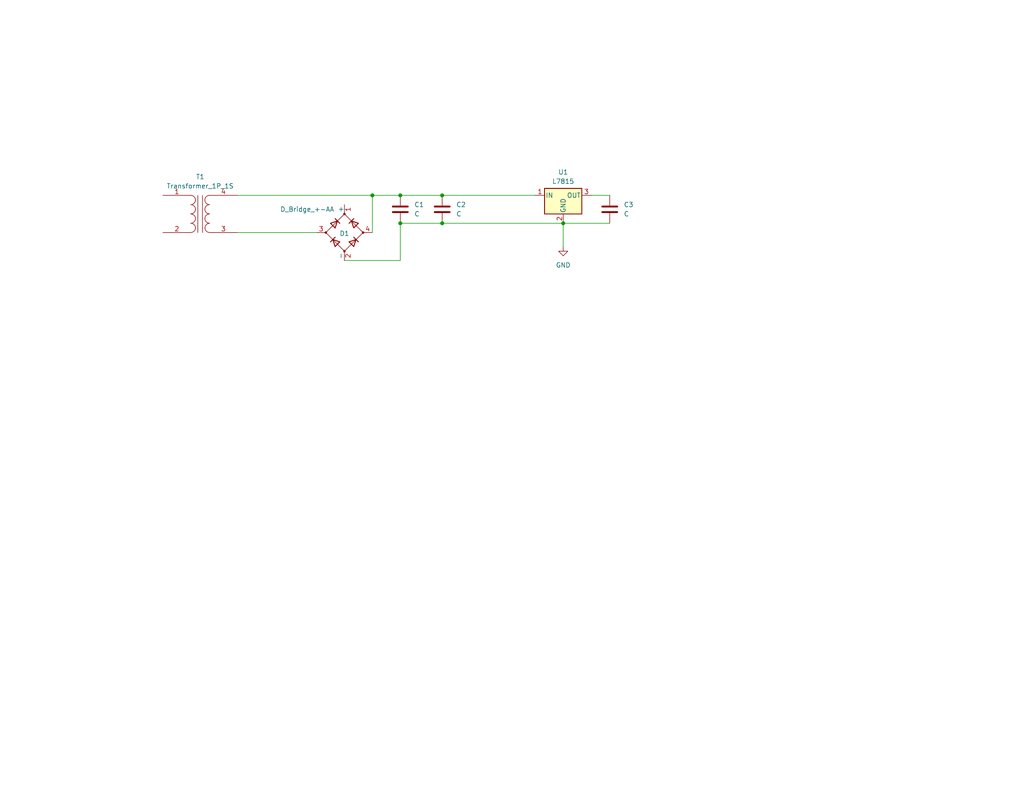
<source format=kicad_sch>
(kicad_sch (version 20250114) (generator "eeschema") (generator_version "9.0")
  (paper "USLetter")
  (lib_symbols
    (symbol "Device:C" (pin_numbers (hide yes)) (pin_names (offset 0.254))
      (property "Reference" "C" (at 0.635 2.54 0))
      (property "Value" "C" (at 0.635 -2.54 0))
      (symbol "C_0_1"
        (polyline (pts (xy -2.032 0.762) (xy 2.032 0.762)) (stroke (width 0.508)))
        (polyline (pts (xy -2.032 -0.762) (xy 2.032 -0.762)) (stroke (width 0.508)))
      )
      (symbol "C_1_1"
        (pin passive line (at 0 3.81 270) (length 2.794) (name "~") (number "1"))
        (pin passive line (at 0 -3.81 90) (length 2.794) (name "~") (number "2"))
      )
    )
    (symbol "Device:D_Bridge_+-AA" (pin_names (offset 0))
      (property "Reference" "D" (at 2.54 6.985 0))
      (property "Value" "D_Bridge_+-AA" (at 2.54 5.08 0))
      (symbol "D_Bridge_+-AA_0_1"
        (circle (center -5.08 0) (radius 0.254) (fill (type outline)))
        (polyline (pts (xy -5.08 0) (xy 0 -5.08) (xy 5.08 0) (xy 0 5.08) (xy -5.08 0)))
        (polyline (pts (xy -3.81 2.54) (xy -2.54 1.27) (xy -1.905 3.175) (xy -3.81 2.54)) (stroke (width 0.254)))
        (polyline (pts (xy -2.54 3.81) (xy -1.27 2.54)) (stroke (width 0.254)))
        (polyline (pts (xy -2.54 -1.27) (xy -3.81 -2.54) (xy -1.905 -3.175) (xy -2.54 -1.27)) (stroke (width 0.254)))
        (polyline (pts (xy -1.27 -2.54) (xy -2.54 -3.81)) (stroke (width 0.254)))
        (circle (center 0 5.08) (radius 0.254) (fill (type outline)))
        (circle (center 0 -5.08) (radius 0.254) (fill (type outline)))
        (polyline (pts (xy 1.27 2.54) (xy 2.54 3.81) (xy 3.175 1.905) (xy 1.27 2.54)) (stroke (width 0.254)))
        (polyline (pts (xy 2.54 1.27) (xy 3.81 2.54)) (stroke (width 0.254)))
        (polyline (pts (xy 2.54 -1.27) (xy 3.81 -2.54)) (stroke (width 0.254)))
        (polyline (pts (xy 3.175 -1.905) (xy 1.27 -2.54) (xy 2.54 -3.81) (xy 3.175 -1.905)) (stroke (width 0.254)))
        (circle (center 5.08 0) (radius 0.254) (fill (type outline)))
      )
      (symbol "D_Bridge_+-AA_1_1"
        (pin passive line (at -7.62 0 0) (length 2.54) (name "-") (number "2"))
        (pin passive line (at 0 7.62 270) (length 2.54) (name "~") (number "3"))
        (pin passive line (at 0 -7.62 90) (length 2.54) (name "~") (number "4"))
        (pin passive line (at 7.62 0 180) (length 2.54) (name "+") (number "1"))
      )
    )
    (symbol "Device:Transformer_1P_1S" (pin_names (offset 1.016) (hide yes))
      (property "Reference" "T" (at 0 6.35 0))
      (property "Value" "Transformer_1P_1S" (at 0 -7.62 0))
      (symbol "Transformer_1P_1S_0_1"
        (arc (start -1.27 3.81) (mid -1.656 2.9336) (end -2.54 2.5654))
        (arc (start -1.27 1.27) (mid -1.656 0.3936) (end -2.54 0.0254))
        (arc (start -1.27 -1.27) (mid -1.656 -2.1464) (end -2.54 -2.5146))
        (arc (start -1.27 -3.81) (mid -1.656 -4.6864) (end -2.54 -5.0546))
        (arc (start -2.54 5.08) (mid -1.642 4.708) (end -1.27 3.81))
        (arc (start -2.54 2.54) (mid -1.642 2.168) (end -1.27 1.27))
        (arc (start -2.54 0) (mid -1.642 -0.372) (end -1.27 -1.27))
        (arc (start -2.54 -2.54) (mid -1.642 -2.912) (end -1.27 -3.81))
        (polyline (pts (xy -0.635 5.08) (xy -0.635 -5.08)))
        (polyline (pts (xy 0.635 -5.08) (xy 0.635 5.08)))
        (arc (start 1.2954 3.81) (mid 1.6457 4.7117) (end 2.54 5.08))
        (arc (start 1.2954 1.27) (mid 1.6457 2.1717) (end 2.54 2.54))
        (arc (start 1.2954 -1.27) (mid 1.6457 -0.3683) (end 2.54 0))
        (arc (start 2.54 2.5654) (mid 1.6599 2.9299) (end 1.2954 3.81))
        (arc (start 2.54 0.0254) (mid 1.6599 0.3899) (end 1.2954 1.27))
        (arc (start 2.54 -2.5146) (mid 1.6599 -2.1501) (end 1.2954 -1.27))
        (arc (start 1.3208 -3.81) (mid 1.6711 -2.9085) (end 2.5654 -2.54))
        (arc (start 2.5654 -5.0546) (mid 1.6851 -4.6902) (end 1.3208 -3.81))
      )
      (symbol "Transformer_1P_1S_1_1"
        (pin passive line (at -10.16 5.08 0) (length 7.62) (name "AA") (number "1"))
        (pin passive line (at -10.16 -5.08 0) (length 7.62) (name "AB") (number "2"))
        (pin passive line (at 10.16 5.08 180) (length 7.62) (name "SB") (number "4"))
        (pin passive line (at 10.16 -5.08 180) (length 7.62) (name "SA") (number "3"))
      )
    )
    (symbol "Regulator_Linear:L7815" (pin_names (offset 0.254))
      (property "Reference" "U" (at -3.81 3.175 0))
      (property "Value" "L7815" (at 0 3.175 0))
      (symbol "L7815_0_1"
        (rectangle (start -5.08 1.905) (end 5.08 -5.08) (stroke (width 0.254)) (fill (type background)))
      )
      (symbol "L7815_1_1"
        (pin power_in line (at -7.62 0 0) (length 2.54) (name "IN") (number "1"))
        (pin power_in line (at 0 -7.62 90) (length 2.54) (name "GND") (number "2"))
        (pin power_out line (at 7.62 0 180) (length 2.54) (name "OUT") (number "3"))
      )
    )
    (symbol "power:GND" (power) (pin_numbers (hide yes)) (pin_names (offset 0) (hide yes))
      (property "Value" "GND" (at 0 -3.81 0))
      (symbol "GND_0_1"
        (polyline (pts (xy 0 0) (xy 0 -1.27) (xy 1.27 -1.27) (xy 0 -2.54) (xy -1.27 -1.27) (xy 0 -1.27)))
      )
      (symbol "GND_1_1"
        (pin power_in line (at 0 0 270) (length 0) (name "~") (number "1"))
      )
    )
  )
  (junction (at 120.65 53.34))
  (junction (at 109.22 53.34))
  (junction (at 109.22 60.96))
  (junction (at 120.65 60.96))
  (junction (at 101.6 53.34))
  (junction (at 153.67 60.96))
  (wire (pts (xy 153.67 60.96) (xy 166.37 60.96)))
  (wire (pts (xy 120.65 53.34) (xy 146.05 53.34)))
  (wire (pts (xy 93.98 71.12) (xy 109.22 71.12)))
  (wire (pts (xy 109.22 53.34) (xy 120.65 53.34)))
  (wire (pts (xy 64.77 63.5) (xy 86.36 63.5)))
  (wire (pts (xy 120.65 60.96) (xy 153.67 60.96)))
  (wire (pts (xy 101.6 53.34) (xy 109.22 53.34)))
  (wire (pts (xy 109.22 71.12) (xy 109.22 60.96)))
  (wire (pts (xy 101.6 53.34) (xy 101.6 63.5)))
  (wire (pts (xy 64.77 53.34) (xy 101.6 53.34)))
  (wire (pts (xy 161.29 53.34) (xy 166.37 53.34)))
  (wire (pts (xy 153.67 60.96) (xy 153.67 67.31)))
  (wire (pts (xy 109.22 60.96) (xy 120.65 60.96)))
  (symbol (lib_id "Device:C") (at 109.22 57.15 0) (unit 1)
    (property "Reference" "C1" (at 113.03 55.8799 0) (effects (justify left)))
    (property "Value" "C" (at 113.03 58.4199 0) (effects (justify left)))
    (property "Description" "Unpolarized capacitor" (effects (hide yes)))
  )
  (symbol (lib_id "Device:C") (at 120.65 57.15 0) (unit 1)
    (property "Reference" "C2" (at 124.46 55.8799 0) (effects (justify left)))
    (property "Value" "C" (at 124.46 58.4199 0) (effects (justify left)))
    (property "Description" "Unpolarized capacitor" (effects (hide yes)))
  )
  (symbol (lib_id "Device:D_Bridge_+-AA") (at 93.98 63.5 90) (unit 1)
    (property "Reference" "D1" (at 93.98 63.754 90))
    (property "Value" "D_Bridge_+-AA" (at 83.82 57.15 90))
    (property "Description" "Diode bridge, +ve/-ve/AC/AC" (effects (hide yes)))
  )
  (symbol (lib_id "power:GND") (at 153.67 67.31 0) (unit 1)
    (property "Reference" "#PWR01" (effects (hide yes)))
    (property "Value" "GND" (at 153.67 72.39 0))
    (property "Description" "Power symbol creates a global label with name \"GND\" , ground" (effects (hide yes)))
  )
  (symbol (lib_id "Device:C") (at 166.37 57.15 0) (unit 1)
    (property "Reference" "C3" (at 170.18 55.8799 0) (effects (justify left)))
    (property "Value" "C" (at 170.18 58.4199 0) (effects (justify left)))
    (property "Description" "Unpolarized capacitor" (effects (hide yes)))
  )
  (symbol (lib_id "Regulator_Linear:L7815") (at 153.67 53.34 0) (unit 1)
    (property "Reference" "U1" (at 153.67 46.99 0))
    (property "Value" "L7815" (at 153.67 49.53 0))
    (property "Datasheet" "http://www.st.com/content/ccc/resource/technical/document/datasheet/41/4f/b3/b0/12/d4/47/88/CD00000444.pdf/files/CD00000444.pdf/jcr:content/translations/en.CD00000444.pdf" (effects (hide yes)))
    (property "Description" "Positive 1.5A 35V Linear Regulator, Fixed Output 15V, TO-220/TO-263/TO-252" (effects (hide yes)))
  )
  (symbol (lib_id "Device:Transformer_1P_1S") (at 54.61 58.42 0) (unit 1)
    (property "Reference" "T1" (at 54.6227 48.26 0))
    (property "Value" "Transformer_1P_1S" (at 54.6227 50.8 0))
    (property "Description" "Transformer, single primary, single secondary" (effects (hide yes)))
  )
)
</source>
